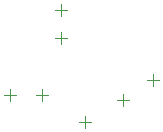
<source format=gbr>
G04*
G04 #@! TF.GenerationSoftware,Altium Limited,Altium Designer,24.7.2 (38)*
G04*
G04 Layer_Color=32896*
%FSLAX25Y25*%
%MOIN*%
G70*
G04*
G04 #@! TF.SameCoordinates,557B2C77-FFCE-42D9-A2FA-4134FEC932EB*
G04*
G04*
G04 #@! TF.FilePolarity,Positive*
G04*
G01*
G75*
%ADD76C,0.00394*%
D76*
X217000Y136031D02*
Y139969D01*
X215032Y138000D02*
X218969D01*
X225000Y108031D02*
Y111969D01*
X223031Y110000D02*
X226969D01*
X208531Y119000D02*
X212469D01*
X210500Y117032D02*
Y120968D01*
X198031Y119000D02*
X201969D01*
X200000Y117032D02*
Y120968D01*
X217000Y145531D02*
Y149469D01*
X215032Y147500D02*
X218969D01*
X237500Y115532D02*
Y119468D01*
X235531Y117500D02*
X239469D01*
X247500Y122031D02*
Y125969D01*
X245532Y124000D02*
X249468D01*
M02*

</source>
